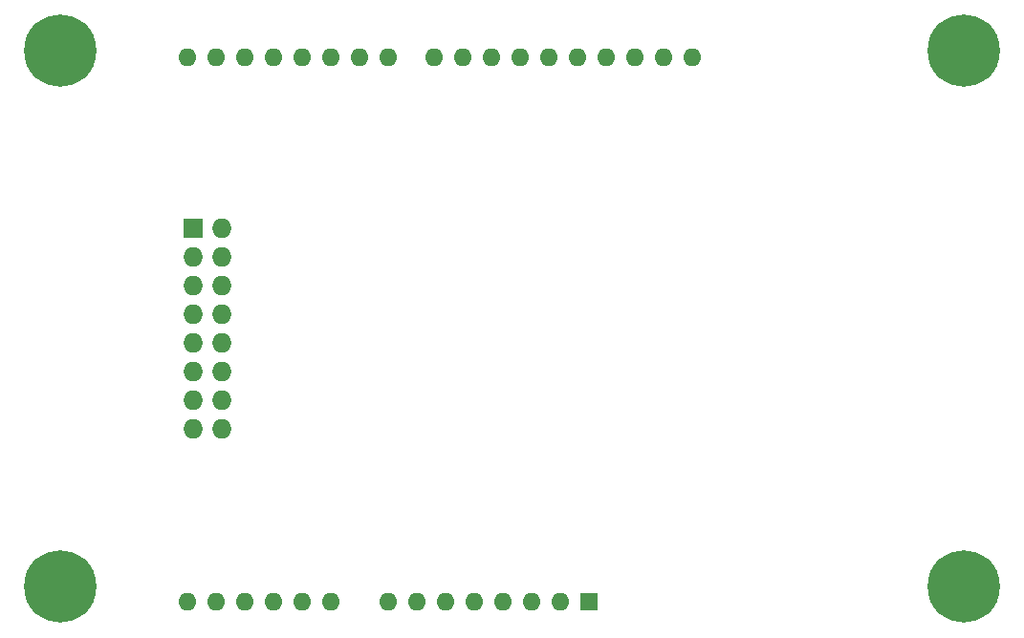
<source format=gbr>
%TF.GenerationSoftware,KiCad,Pcbnew,5.99.0+really5.1.10+dfsg1-1*%
%TF.CreationDate,2021-08-18T19:38:37+10:00*%
%TF.ProjectId,lcd,6c63642e-6b69-4636-9164-5f7063625858,rev?*%
%TF.SameCoordinates,Original*%
%TF.FileFunction,Soldermask,Top*%
%TF.FilePolarity,Negative*%
%FSLAX46Y46*%
G04 Gerber Fmt 4.6, Leading zero omitted, Abs format (unit mm)*
G04 Created by KiCad (PCBNEW 5.99.0+really5.1.10+dfsg1-1) date 2021-08-18 19:38:37*
%MOMM*%
%LPD*%
G01*
G04 APERTURE LIST*
%ADD10O,1.600000X1.600000*%
%ADD11R,1.600000X1.600000*%
%ADD12C,6.400000*%
%ADD13R,1.727200X1.727200*%
%ADD14O,1.727200X1.727200*%
G04 APERTURE END LIST*
D10*
%TO.C,A1*%
X120900000Y-35560000D03*
X118360000Y-35560000D03*
D11*
X111760000Y-83820000D03*
D10*
X81280000Y-35560000D03*
X109220000Y-83820000D03*
X83820000Y-35560000D03*
X106680000Y-83820000D03*
X86360000Y-35560000D03*
X104140000Y-83820000D03*
X88900000Y-35560000D03*
X101600000Y-83820000D03*
X91440000Y-35560000D03*
X99060000Y-83820000D03*
X93980000Y-35560000D03*
X96520000Y-83820000D03*
X98040000Y-35560000D03*
X93980000Y-83820000D03*
X100580000Y-35560000D03*
X88900000Y-83820000D03*
X103120000Y-35560000D03*
X86360000Y-83820000D03*
X105660000Y-35560000D03*
X83820000Y-83820000D03*
X108200000Y-35560000D03*
X81280000Y-83820000D03*
X110740000Y-35560000D03*
X78740000Y-83820000D03*
X113280000Y-35560000D03*
X76200000Y-83820000D03*
X115820000Y-35560000D03*
X76200000Y-35560000D03*
X78740000Y-35560000D03*
%TD*%
D12*
%TO.C,REF\u002A\u002A*%
X145000000Y-82500000D03*
%TD*%
%TO.C,REF\u002A\u002A*%
X145000000Y-35000000D03*
%TD*%
%TO.C,REF\u002A\u002A*%
X65000000Y-82500000D03*
%TD*%
%TO.C,REF\u002A\u002A*%
X65000000Y-35000000D03*
%TD*%
D13*
%TO.C,J1*%
X76700000Y-50700000D03*
D14*
X79240000Y-50700000D03*
X76700000Y-53240000D03*
X79240000Y-53240000D03*
X76700000Y-55780000D03*
X79240000Y-55780000D03*
X76700000Y-58320000D03*
X79240000Y-58320000D03*
X76700000Y-60860000D03*
X79240000Y-60860000D03*
X76700000Y-63400000D03*
X79240000Y-63400000D03*
X76700000Y-65940000D03*
X79240000Y-65940000D03*
X76700000Y-68480000D03*
X79240000Y-68480000D03*
%TD*%
M02*

</source>
